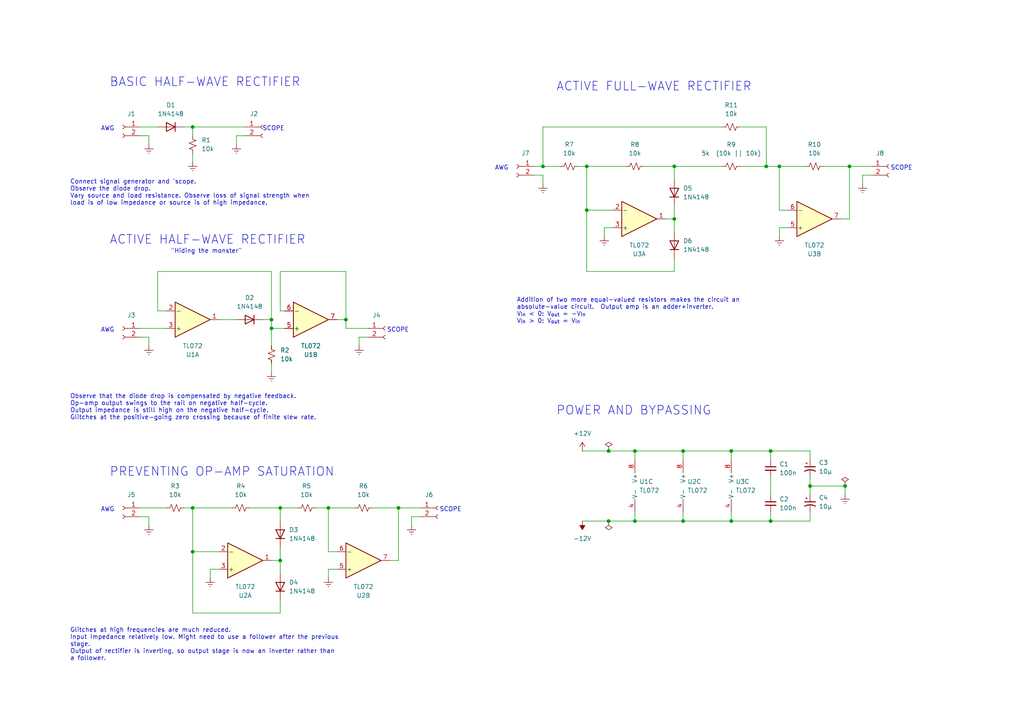
<source format=kicad_sch>
(kicad_sch (version 20230121) (generator eeschema)
  (paper "A4")
  (lib_symbols
    (symbol "Amplifier_Operational:TL072" (pin_names (offset 0.127))
      (property "Reference" "U" (at 0 5.08 0))
      (property "Value" "TL072" (at 0 -5.08 0))
      (symbol "TL072_1_1"
        (polyline (pts (xy -5.08 5.08) (xy 5.08 0) (xy -5.08 -5.08) (xy -5.08 5.08)) (stroke (width 0.254)) (fill (type background)))
        (pin output line (at 7.62 0 180) (length 2.54) (name "~") (number "1"))
        (pin input line (at -7.62 -2.54 0) (length 2.54) (name "-") (number "2"))
        (pin input line (at -7.62 2.54 0) (length 2.54) (name "+") (number "3"))
      )
      (symbol "TL072_2_1"
        (polyline (pts (xy -5.08 5.08) (xy 5.08 0) (xy -5.08 -5.08) (xy -5.08 5.08)) (stroke (width 0.254)) (fill (type background)))
        (pin input line (at -7.62 2.54 0) (length 2.54) (name "+") (number "5"))
        (pin input line (at -7.62 -2.54 0) (length 2.54) (name "-") (number "6"))
        (pin output line (at 7.62 0 180) (length 2.54) (name "~") (number "7"))
      )
      (symbol "TL072_3_1"
        (pin power_in line (at -2.54 -7.62 90) (length 3.81) (name "V-") (number "4"))
        (pin power_in line (at -2.54 7.62 270) (length 3.81) (name "V+") (number "8"))
      )
    )
    (symbol "Connector:Conn_01x02_Socket" (pin_names (offset 1.016) hide)
      (property "Reference" "J" (at 0 2.54 0))
      (property "Value" "Conn_01x02_Socket" (at 0 -5.08 0))
      (symbol "Conn_01x02_Socket_1_1"
        (arc (start 0 -2.032) (mid -0.5058 -2.54) (end 0 -3.048) (stroke (width 0.1524)))
        (polyline (pts (xy -1.27 -2.54) (xy -0.508 -2.54)) (stroke (width 0.1524)))
        (polyline (pts (xy -1.27 0) (xy -0.508 0)) (stroke (width 0.1524)))
        (arc (start 0 0.508) (mid -0.5058 0) (end 0 -0.508) (stroke (width 0.1524)))
        (pin passive line (at -5.08 0 0) (length 3.81) (name "Pin_1") (number "1"))
        (pin passive line (at -5.08 -2.54 0) (length 3.81) (name "Pin_2") (number "2"))
      )
    )
    (symbol "Device:C_Polarized_Small_US" (pin_numbers hide) (pin_names (offset 0.254) hide)
      (property "Reference" "C" (at 0.254 1.778 0))
      (property "Value" "C_Polarized_Small_US" (at 0.254 -2.032 0))
      (symbol "C_Polarized_Small_US_0_1"
        (polyline (pts (xy -1.524 0.508) (xy 1.524 0.508)) (stroke (width 0.3048)))
        (polyline (pts (xy -1.27 1.524) (xy -0.762 1.524)))
        (polyline (pts (xy -1.016 1.27) (xy -1.016 1.778)))
        (arc (start 1.524 -0.762) (mid 0 -0.3734) (end -1.524 -0.762) (stroke (width 0.3048)))
      )
      (symbol "C_Polarized_Small_US_1_1"
        (pin passive line (at 0 2.54 270) (length 2.032) (name "~") (number "1"))
        (pin passive line (at 0 -2.54 90) (length 2.032) (name "~") (number "2"))
      )
    )
    (symbol "Device:C_Small" (pin_numbers hide) (pin_names (offset 0.254) hide)
      (property "Reference" "C" (at 0.254 1.778 0))
      (property "Value" "C_Small" (at 0.254 -2.032 0))
      (symbol "C_Small_0_1"
        (polyline (pts (xy -1.524 -0.508) (xy 1.524 -0.508)) (stroke (width 0.3302)))
        (polyline (pts (xy -1.524 0.508) (xy 1.524 0.508)) (stroke (width 0.3048)))
      )
      (symbol "C_Small_1_1"
        (pin passive line (at 0 2.54 270) (length 2.032) (name "~") (number "1"))
        (pin passive line (at 0 -2.54 90) (length 2.032) (name "~") (number "2"))
      )
    )
    (symbol "Device:R_Small_US" (pin_numbers hide) (pin_names (offset 0.254) hide)
      (property "Reference" "R" (at 0.762 0.508 0))
      (property "Value" "R_Small_US" (at 0.762 -1.016 0))
      (symbol "R_Small_US_1_1"
        (polyline (pts (xy 0 0) (xy 1.016 -0.381) (xy 0 -0.762) (xy -1.016 -1.143) (xy 0 -1.524)))
        (polyline (pts (xy 0 1.524) (xy 1.016 1.143) (xy 0 0.762) (xy -1.016 0.381) (xy 0 0)))
        (pin passive line (at 0 2.54 270) (length 1.016) (name "~") (number "1"))
        (pin passive line (at 0 -2.54 90) (length 1.016) (name "~") (number "2"))
      )
    )
    (symbol "Diode:1N4148" (pin_numbers hide) (pin_names hide)
      (property "Reference" "D" (at 0 2.54 0))
      (property "Value" "1N4148" (at 0 -2.54 0))
      (symbol "1N4148_0_1"
        (polyline (pts (xy -1.27 1.27) (xy -1.27 -1.27)) (stroke (width 0.254)))
        (polyline (pts (xy 1.27 0) (xy -1.27 0)))
        (polyline (pts (xy 1.27 1.27) (xy 1.27 -1.27) (xy -1.27 0) (xy 1.27 1.27)) (stroke (width 0.254)))
      )
      (symbol "1N4148_1_1"
        (pin passive line (at -3.81 0 0) (length 2.54) (name "K") (number "1"))
        (pin passive line (at 3.81 0 180) (length 2.54) (name "A") (number "2"))
      )
    )
    (symbol "power:+12V" (power) (pin_names (offset 0))
      (property "Value" "+12V" (at 0 3.556 0))
      (symbol "+12V_0_1"
        (polyline (pts (xy -0.762 1.27) (xy 0 2.54)))
        (polyline (pts (xy 0 0) (xy 0 2.54)))
        (polyline (pts (xy 0 2.54) (xy 0.762 1.27)))
      )
      (symbol "+12V_1_1"
        (pin power_in line (at 0 0 90) (length 0) hide (name "+12V") (number "1"))
      )
    )
    (symbol "power:-12V" (power) (pin_names (offset 0))
      (property "Value" "-12V" (at 0 3.81 0))
      (symbol "-12V_0_0"
        (pin power_in line (at 0 0 90) (length 0) hide (name "-12V") (number "1"))
      )
      (symbol "-12V_0_1"
        (polyline (pts (xy 0 0) (xy 0 1.27) (xy 0.762 1.27) (xy 0 2.54) (xy -0.762 1.27) (xy 0 1.27)) (fill (type outline)))
      )
    )
    (symbol "power:Earth" (power) (pin_names (offset 0))
      (symbol "Earth_0_1"
        (polyline (pts (xy -0.635 -1.905) (xy 0.635 -1.905)))
        (polyline (pts (xy -0.127 -2.54) (xy 0.127 -2.54)))
        (polyline (pts (xy 0 -1.27) (xy 0 0)))
        (polyline (pts (xy 1.27 -1.27) (xy -1.27 -1.27)))
      )
      (symbol "Earth_1_1"
        (pin power_in line (at 0 0 270) (length 0) hide (name "Earth") (number "1"))
      )
    )
    (symbol "power:PWR_FLAG" (power) (pin_numbers hide) (pin_names (offset 0) hide)
      (property "Value" "PWR_FLAG" (at 0 3.81 0))
      (symbol "PWR_FLAG_0_0"
        (pin power_out line (at 0 0 90) (length 0) (name "pwr") (number "1"))
      )
      (symbol "PWR_FLAG_0_1"
        (polyline (pts (xy 0 0) (xy 0 1.27) (xy -1.016 1.905) (xy 0 2.54) (xy 1.016 1.905) (xy 0 1.27)))
      )
    )
  )
  (junction (at 176.53 130.81))
  (junction (at 170.18 48.26))
  (junction (at 55.88 36.83))
  (junction (at 198.12 151.13))
  (junction (at 223.52 151.13))
  (junction (at 81.28 147.32))
  (junction (at 157.48 48.26))
  (junction (at 78.74 92.71))
  (junction (at 212.09 151.13))
  (junction (at 55.88 147.32))
  (junction (at 195.58 48.26))
  (junction (at 100.33 92.71))
  (junction (at 195.58 63.5))
  (junction (at 184.15 130.81))
  (junction (at 170.18 60.96))
  (junction (at 222.25 48.26))
  (junction (at 226.06 48.26))
  (junction (at 55.88 160.02))
  (junction (at 212.09 130.81))
  (junction (at 176.53 151.13))
  (junction (at 246.38 48.26))
  (junction (at 95.25 147.32))
  (junction (at 234.95 140.97))
  (junction (at 115.57 147.32))
  (junction (at 198.12 130.81))
  (junction (at 245.11 140.97))
  (junction (at 78.74 95.25))
  (junction (at 223.52 130.81))
  (junction (at 184.15 151.13))
  (junction (at 81.28 162.56))
  (wire (pts (xy 184.15 151.13) (xy 176.53 151.13)))
  (wire (pts (xy 223.52 133.35) (xy 223.52 130.81)))
  (wire (pts (xy 55.88 44.45) (xy 55.88 46.99)))
  (wire (pts (xy 184.15 130.81) (xy 176.53 130.81)))
  (wire (pts (xy 40.64 39.37) (xy 43.18 39.37)))
  (wire (pts (xy 154.94 50.8) (xy 157.48 50.8)))
  (wire (pts (xy 212.09 130.81) (xy 198.12 130.81)))
  (wire (pts (xy 115.57 147.32) (xy 107.95 147.32)))
  (wire (pts (xy 195.58 48.26) (xy 209.55 48.26)))
  (wire (pts (xy 195.58 48.26) (xy 195.58 52.07)))
  (wire (pts (xy 223.52 151.13) (xy 212.09 151.13)))
  (wire (pts (xy 234.95 133.35) (xy 234.95 130.81)))
  (wire (pts (xy 60.96 165.1) (xy 60.96 167.64)))
  (wire (pts (xy 81.28 90.17) (xy 82.55 90.17)))
  (wire (pts (xy 78.74 92.71) (xy 78.74 95.25)))
  (wire (pts (xy 78.74 105.41) (xy 78.74 107.95)))
  (wire (pts (xy 43.18 97.79) (xy 43.18 100.33)))
  (wire (pts (xy 198.12 133.35) (xy 198.12 130.81)))
  (wire (pts (xy 170.18 48.26) (xy 181.61 48.26)))
  (wire (pts (xy 170.18 78.74) (xy 170.18 60.96)))
  (wire (pts (xy 226.06 48.26) (xy 233.68 48.26)))
  (wire (pts (xy 95.25 165.1) (xy 95.25 167.64)))
  (wire (pts (xy 214.63 36.83) (xy 222.25 36.83)))
  (wire (pts (xy 106.68 95.25) (xy 100.33 95.25)))
  (wire (pts (xy 95.25 147.32) (xy 102.87 147.32)))
  (wire (pts (xy 78.74 78.74) (xy 78.74 92.71)))
  (wire (pts (xy 157.48 48.26) (xy 162.56 48.26)))
  (wire (pts (xy 176.53 151.13) (xy 168.91 151.13)))
  (wire (pts (xy 81.28 147.32) (xy 86.36 147.32)))
  (wire (pts (xy 234.95 140.97) (xy 234.95 143.51)))
  (wire (pts (xy 104.14 97.79) (xy 104.14 100.33)))
  (wire (pts (xy 68.58 39.37) (xy 68.58 41.91)))
  (wire (pts (xy 177.8 66.04) (xy 175.26 66.04)))
  (wire (pts (xy 212.09 151.13) (xy 198.12 151.13)))
  (wire (pts (xy 246.38 63.5) (xy 246.38 48.26)))
  (wire (pts (xy 40.64 147.32) (xy 48.26 147.32)))
  (wire (pts (xy 198.12 148.59) (xy 198.12 151.13)))
  (wire (pts (xy 121.92 147.32) (xy 115.57 147.32)))
  (wire (pts (xy 78.74 95.25) (xy 82.55 95.25)))
  (wire (pts (xy 243.84 63.5) (xy 246.38 63.5)))
  (wire (pts (xy 252.73 50.8) (xy 250.19 50.8)))
  (wire (pts (xy 119.38 149.86) (xy 119.38 152.4)))
  (wire (pts (xy 223.52 138.43) (xy 223.52 143.51)))
  (wire (pts (xy 195.58 78.74) (xy 170.18 78.74)))
  (wire (pts (xy 186.69 48.26) (xy 195.58 48.26)))
  (wire (pts (xy 184.15 133.35) (xy 184.15 130.81)))
  (wire (pts (xy 226.06 60.96) (xy 228.6 60.96)))
  (wire (pts (xy 115.57 162.56) (xy 115.57 147.32)))
  (wire (pts (xy 95.25 147.32) (xy 95.25 160.02)))
  (wire (pts (xy 226.06 48.26) (xy 226.06 60.96)))
  (wire (pts (xy 100.33 78.74) (xy 100.33 92.71)))
  (wire (pts (xy 234.95 138.43) (xy 234.95 140.97)))
  (wire (pts (xy 81.28 90.17) (xy 81.28 78.74)))
  (wire (pts (xy 40.64 36.83) (xy 45.72 36.83)))
  (wire (pts (xy 43.18 149.86) (xy 43.18 152.4)))
  (wire (pts (xy 252.73 48.26) (xy 246.38 48.26)))
  (wire (pts (xy 228.6 66.04) (xy 226.06 66.04)))
  (wire (pts (xy 55.88 160.02) (xy 63.5 160.02)))
  (wire (pts (xy 63.5 92.71) (xy 68.58 92.71)))
  (wire (pts (xy 245.11 140.97) (xy 234.95 140.97)))
  (wire (pts (xy 81.28 158.75) (xy 81.28 162.56)))
  (wire (pts (xy 250.19 50.8) (xy 250.19 53.34)))
  (wire (pts (xy 81.28 78.74) (xy 100.33 78.74)))
  (wire (pts (xy 234.95 151.13) (xy 223.52 151.13)))
  (wire (pts (xy 91.44 147.32) (xy 95.25 147.32)))
  (wire (pts (xy 81.28 177.8) (xy 55.88 177.8)))
  (wire (pts (xy 55.88 177.8) (xy 55.88 160.02)))
  (wire (pts (xy 212.09 133.35) (xy 212.09 130.81)))
  (wire (pts (xy 198.12 151.13) (xy 184.15 151.13)))
  (wire (pts (xy 246.38 48.26) (xy 238.76 48.26)))
  (wire (pts (xy 106.68 97.79) (xy 104.14 97.79)))
  (wire (pts (xy 222.25 48.26) (xy 226.06 48.26)))
  (wire (pts (xy 113.03 162.56) (xy 115.57 162.56)))
  (wire (pts (xy 170.18 60.96) (xy 177.8 60.96)))
  (wire (pts (xy 55.88 147.32) (xy 55.88 160.02)))
  (wire (pts (xy 53.34 147.32) (xy 55.88 147.32)))
  (wire (pts (xy 154.94 48.26) (xy 157.48 48.26)))
  (wire (pts (xy 198.12 130.81) (xy 184.15 130.81)))
  (wire (pts (xy 100.33 92.71) (xy 97.79 92.71)))
  (wire (pts (xy 40.64 97.79) (xy 43.18 97.79)))
  (wire (pts (xy 53.34 36.83) (xy 55.88 36.83)))
  (wire (pts (xy 176.53 130.81) (xy 168.91 130.81)))
  (wire (pts (xy 43.18 39.37) (xy 43.18 41.91)))
  (wire (pts (xy 95.25 160.02) (xy 97.79 160.02)))
  (wire (pts (xy 81.28 162.56) (xy 81.28 166.37)))
  (wire (pts (xy 63.5 165.1) (xy 60.96 165.1)))
  (wire (pts (xy 195.58 63.5) (xy 193.04 63.5)))
  (wire (pts (xy 76.2 92.71) (xy 78.74 92.71)))
  (wire (pts (xy 234.95 148.59) (xy 234.95 151.13)))
  (wire (pts (xy 195.58 74.93) (xy 195.58 78.74)))
  (wire (pts (xy 195.58 59.69) (xy 195.58 63.5)))
  (wire (pts (xy 40.64 95.25) (xy 48.26 95.25)))
  (wire (pts (xy 81.28 173.99) (xy 81.28 177.8)))
  (wire (pts (xy 157.48 50.8) (xy 157.48 53.34)))
  (wire (pts (xy 209.55 36.83) (xy 157.48 36.83)))
  (wire (pts (xy 223.52 148.59) (xy 223.52 151.13)))
  (wire (pts (xy 48.26 90.17) (xy 45.72 90.17)))
  (wire (pts (xy 72.39 147.32) (xy 81.28 147.32)))
  (wire (pts (xy 222.25 36.83) (xy 222.25 48.26)))
  (wire (pts (xy 226.06 66.04) (xy 226.06 68.58)))
  (wire (pts (xy 78.74 95.25) (xy 78.74 100.33)))
  (wire (pts (xy 245.11 143.51) (xy 245.11 140.97)))
  (wire (pts (xy 157.48 36.83) (xy 157.48 48.26)))
  (wire (pts (xy 184.15 148.59) (xy 184.15 151.13)))
  (wire (pts (xy 167.64 48.26) (xy 170.18 48.26)))
  (wire (pts (xy 55.88 36.83) (xy 71.12 36.83)))
  (wire (pts (xy 170.18 48.26) (xy 170.18 60.96)))
  (wire (pts (xy 195.58 63.5) (xy 195.58 67.31)))
  (wire (pts (xy 55.88 36.83) (xy 55.88 39.37)))
  (wire (pts (xy 55.88 147.32) (xy 67.31 147.32)))
  (wire (pts (xy 45.72 90.17) (xy 45.72 78.74)))
  (wire (pts (xy 223.52 130.81) (xy 212.09 130.81)))
  (wire (pts (xy 45.72 78.74) (xy 78.74 78.74)))
  (wire (pts (xy 40.64 149.86) (xy 43.18 149.86)))
  (wire (pts (xy 100.33 95.25) (xy 100.33 92.71)))
  (wire (pts (xy 212.09 148.59) (xy 212.09 151.13)))
  (wire (pts (xy 71.12 39.37) (xy 68.58 39.37)))
  (wire (pts (xy 121.92 149.86) (xy 119.38 149.86)))
  (wire (pts (xy 214.63 48.26) (xy 222.25 48.26)))
  (wire (pts (xy 234.95 130.81) (xy 223.52 130.81)))
  (wire (pts (xy 97.79 165.1) (xy 95.25 165.1)))
  (wire (pts (xy 175.26 66.04) (xy 175.26 68.58)))
  (wire (pts (xy 81.28 147.32) (xy 81.28 151.13)))
  (wire (pts (xy 81.28 162.56) (xy 78.74 162.56)))
  (text "SCOPE" (at 133.901 148.59 0) (effects (font (size 1.27 1.27)) (justify right bottom)))
  (text "BASIC HALF-WAVE RECTIFIER" (at 31.75 25.4 0) (effects (font (size 2.54 2.54)) (justify left bottom)))
  (text "SCOPE" (at 264.711 49.53 0) (effects (font (size 1.27 1.27)) (justify right bottom)))
  (text "AWG" (at 29.21 96.52 0) (effects (font (size 1.27 1.27)) (justify left bottom)))
  (text "AWG" (at 143.51 49.53 0) (effects (font (size 1.27 1.27)) (justify left bottom)))
  (text "ACTIVE FULL-WAVE RECTIFIER" (at 161.29 26.67 0) (effects (font (size 2.54 2.54)) (justify left bottom)))
  (text "\"Hiding the monster\"" (at 49.53 73.66 0) (effects (font (size 1.27 1.27)) (justify left bottom)))
  (text "AWG" (at 29.21 38.1 0) (effects (font (size 1.27 1.27)) (justify left bottom)))
  (text "AWG" (at 29.21 148.59 0) (effects (font (size 1.27 1.27)) (justify left bottom)))
  (text "ACTIVE HALF-WAVE RECTIFIER" (at 31.75 71.12 0) (effects (font (size 2.54 2.54)) (justify left bottom)))
  (text "Connect signal generator and 'scope.\nObserve the diode drop.\nVary source and load resistance. Observe loss of signal strength when\nload is of low impedance or source is of high impedance." (at 20.32 59.69 0) (effects (font (size 1.27 1.27)) (justify left bottom)))
  (text "POWER AND BYPASSING" (at 161.29 120.65 0) (effects (font (size 2.54 2.54)) (justify left bottom)))
  (text "PREVENTING OP-AMP SATURATION" (at 31.75 138.43 0) (effects (font (size 2.54 2.54)) (justify left bottom)))
  (text "SCOPE" (at 118.661 96.52 0) (effects (font (size 1.27 1.27)) (justify right bottom)))
  (text "Addition of two more equal-valued resistors makes the circuit an\nabsolute-value circuit.  Output amp is an adder+inverter.\nV_{in} < 0: V_{out} = -V_{in}\nV_{in} > 0: V_{out} = V_{in}\n" (at 149.86 93.98 0) (effects (font (size 1.27 1.27)) (justify left bottom)))
  (text "SCOPE" (at 82.55 38.1 0) (effects (font (size 1.27 1.27)) (justify right bottom)))
  (text "Observe that the diode drop is compensated by negative feedback.\nOp-amp output swings to the rail on negative half-cycle.\nOutput impedance is still high on the negative half-cycle.\nGlitches at the positive-going zero crossing because of finite slew rate." (at 20.32 121.92 0) (effects (font (size 1.27 1.27)) (justify left bottom)))
  (text "Glitches at high frequencies are much reduced.\nInput impedance relatively low. Might need to use a follower after the previous\nstage.\nOutput of rectifier is inverting, so output stage is now an inverter rather than\na follower." (at 20.32 191.77 0) (effects (font (size 1.27 1.27)) (justify left bottom)))
  (symbol (lib_id "Diode:1N4148") (at 195.58 55.88 90) (unit 1)
    (property "Reference" "D5" (at 198.12 54.61 90) (effects (justify right)))
    (property "Value" "1N4148" (at 198.12 57.15 90) (effects (justify right)))
    (property "Footprint" "Diode_THT:D_DO-35_SOD27_P7.62mm_Horizontal" (effects hide))
    (property "Datasheet" "https://assets.nexperia.com/documents/data-sheet/1N4148_1N4448.pdf" (effects hide))
    (property "Sim.Device" "D" (effects hide))
    (property "Sim.Pins" "1=K 2=A" (effects hide))
  )
  (symbol (lib_id "Device:C_Small") (at 223.52 146.05 0) (unit 1)
    (property "Reference" "C2" (at 226.06 144.7863 0) (effects (justify left)))
    (property "Value" "100n" (at 226.06 147.3263 0) (effects (justify left)))
  )
  (symbol (lib_id "Device:R_Small_US") (at 212.09 36.83 90) (unit 1)
    (property "Reference" "R11" (at 212.09 30.48 90))
    (property "Value" "10k" (at 212.09 33.02 90))
  )
  (symbol (lib_id "Device:R_Small_US") (at 105.41 147.32 90) (unit 1)
    (property "Reference" "R6" (at 105.41 140.97 90))
    (property "Value" "10k" (at 105.41 143.51 90))
  )
  (symbol (lib_id "power:PWR_FLAG") (at 176.53 151.13 0) (mirror x) (unit 1)
    (property "Reference" "#FLG02" (effects hide))
    (property "Value" "PWR_FLAG" (effects hide))
  )
  (symbol (lib_id "Amplifier_Operational:TL072") (at 55.88 92.71 0) (mirror x) (unit 1)
    (property "Reference" "U1" (at 55.88 102.87 0))
    (property "Value" "TL072" (at 55.88 100.33 0))
    (property "Datasheet" "http://www.ti.com/lit/ds/symlink/tl071.pdf" (effects hide))
  )
  (symbol (lib_id "Amplifier_Operational:TL072") (at 200.66 140.97 0) (unit 3)
    (property "Reference" "U2" (at 199.39 139.7 0) (effects (justify left)))
    (property "Value" "TL072" (at 199.39 142.24 0) (effects (justify left)))
    (property "Datasheet" "http://www.ti.com/lit/ds/symlink/tl071.pdf" (effects hide))
  )
  (symbol (lib_id "Connector:Conn_01x02_Socket") (at 35.56 95.25 0) (mirror y) (unit 1)
    (property "Reference" "J3" (at 38.1 91.44 0))
    (property "Value" "Conn_01x02_Socket" (effects hide))
  )
  (symbol (lib_id "Connector:Conn_01x02_Socket") (at 35.56 147.32 0) (mirror y) (unit 1)
    (property "Reference" "J5" (at 38.1 143.51 0))
    (property "Value" "Conn_01x02_Socket" (effects hide))
  )
  (symbol (lib_id "Device:R_Small_US") (at 69.85 147.32 90) (unit 1)
    (property "Reference" "R4" (at 69.85 140.97 90))
    (property "Value" "10k" (at 69.85 143.51 90))
  )
  (symbol (lib_id "power:Earth") (at 250.19 53.34 0) (mirror y) (unit 1)
    (property "Reference" "#PWR014" (effects hide))
    (property "Value" "Earth" (effects hide))
  )
  (symbol (lib_id "Diode:1N4148") (at 49.53 36.83 0) (mirror y) (unit 1)
    (property "Reference" "D1" (at 49.53 30.48 0))
    (property "Value" "1N4148" (at 49.53 33.02 0))
    (property "Footprint" "Diode_THT:D_DO-35_SOD27_P7.62mm_Horizontal" (effects hide))
    (property "Datasheet" "https://assets.nexperia.com/documents/data-sheet/1N4148_1N4448.pdf" (effects hide))
    (property "Sim.Device" "D" (effects hide))
    (property "Sim.Pins" "1=K 2=A" (effects hide))
  )
  (symbol (lib_id "power:Earth") (at 104.14 100.33 0) (mirror y) (unit 1)
    (property "Reference" "#PWR06" (effects hide))
    (property "Value" "Earth" (effects hide))
  )
  (symbol (lib_id "Diode:1N4148") (at 195.58 71.12 90) (unit 1)
    (property "Reference" "D6" (at 198.12 69.85 90) (effects (justify right)))
    (property "Value" "1N4148" (at 198.12 72.39 90) (effects (justify right)))
    (property "Footprint" "Diode_THT:D_DO-35_SOD27_P7.62mm_Horizontal" (effects hide))
    (property "Datasheet" "https://assets.nexperia.com/documents/data-sheet/1N4148_1N4448.pdf" (effects hide))
    (property "Sim.Device" "D" (effects hide))
    (property "Sim.Pins" "1=K 2=A" (effects hide))
  )
  (symbol (lib_id "Device:R_Small_US") (at 212.09 48.26 90) (unit 1)
    (property "Reference" "R9" (at 212.09 41.91 90))
    (property "Value" "5k  (10k || 10k)" (at 212.09 44.45 90))
  )
  (symbol (lib_id "power:Earth") (at 55.88 46.99 0) (unit 1)
    (property "Reference" "#PWR02" (effects hide))
    (property "Value" "Earth" (effects hide))
  )
  (symbol (lib_id "Device:R_Small_US") (at 50.8 147.32 90) (unit 1)
    (property "Reference" "R3" (at 50.8 140.97 90))
    (property "Value" "10k" (at 50.8 143.51 90))
  )
  (symbol (lib_id "Amplifier_Operational:TL072") (at 90.17 92.71 0) (mirror x) (unit 2)
    (property "Reference" "U1" (at 90.17 102.87 0))
    (property "Value" "TL072" (at 90.17 100.33 0))
    (property "Datasheet" "http://www.ti.com/lit/ds/symlink/tl071.pdf" (effects hide))
  )
  (symbol (lib_id "Connector:Conn_01x02_Socket") (at 76.2 36.83 0) (unit 1)
    (property "Reference" "J2" (at 73.66 33.02 0))
    (property "Value" "Conn_01x02_Socket" (effects hide))
  )
  (symbol (lib_id "Connector:Conn_01x02_Socket") (at 149.86 48.26 0) (mirror y) (unit 1)
    (property "Reference" "J7" (at 152.4 44.45 0))
    (property "Value" "Conn_01x02_Socket" (effects hide))
  )
  (symbol (lib_id "Amplifier_Operational:TL072") (at 105.41 162.56 0) (mirror x) (unit 2)
    (property "Reference" "U2" (at 105.41 172.72 0))
    (property "Value" "TL072" (at 105.41 170.18 0))
    (property "Datasheet" "http://www.ti.com/lit/ds/symlink/tl071.pdf" (effects hide))
  )
  (symbol (lib_id "Connector:Conn_01x02_Socket") (at 127 147.32 0) (unit 1)
    (property "Reference" "J6" (at 124.46 143.51 0))
    (property "Value" "Conn_01x02_Socket" (effects hide))
  )
  (symbol (lib_id "power:Earth") (at 43.18 100.33 0) (unit 1)
    (property "Reference" "#PWR04" (effects hide))
    (property "Value" "Earth" (effects hide))
  )
  (symbol (lib_id "power:Earth") (at 78.74 107.95 0) (unit 1)
    (property "Reference" "#PWR05" (effects hide))
    (property "Value" "Earth" (effects hide))
  )
  (symbol (lib_id "Device:R_Small_US") (at 236.22 48.26 90) (unit 1)
    (property "Reference" "R10" (at 236.22 41.91 90))
    (property "Value" "10k" (at 236.22 44.45 90))
  )
  (symbol (lib_id "power:Earth") (at 175.26 68.58 0) (unit 1)
    (property "Reference" "#PWR012" (effects hide))
    (property "Value" "Earth" (effects hide))
  )
  (symbol (lib_id "Amplifier_Operational:TL072") (at 236.22 63.5 0) (mirror x) (unit 2)
    (property "Reference" "U3" (at 236.22 73.66 0))
    (property "Value" "TL072" (at 236.22 71.12 0))
    (property "Datasheet" "http://www.ti.com/lit/ds/symlink/tl071.pdf" (effects hide))
  )
  (symbol (lib_id "Diode:1N4148") (at 81.28 170.18 90) (unit 1)
    (property "Reference" "D4" (at 83.82 168.91 90) (effects (justify right)))
    (property "Value" "1N4148" (at 83.82 171.45 90) (effects (justify right)))
    (property "Footprint" "Diode_THT:D_DO-35_SOD27_P7.62mm_Horizontal" (effects hide))
    (property "Datasheet" "https://assets.nexperia.com/documents/data-sheet/1N4148_1N4448.pdf" (effects hide))
    (property "Sim.Device" "D" (effects hide))
    (property "Sim.Pins" "1=K 2=A" (effects hide))
  )
  (symbol (lib_id "Device:C_Polarized_Small_US") (at 234.95 146.05 0) (unit 1)
    (property "Reference" "C4" (at 237.49 144.3482 0) (effects (justify left)))
    (property "Value" "10µ" (at 237.49 146.8882 0) (effects (justify left)))
  )
  (symbol (lib_id "Diode:1N4148") (at 81.28 154.94 90) (unit 1)
    (property "Reference" "D3" (at 83.82 153.67 90) (effects (justify right)))
    (property "Value" "1N4148" (at 83.82 156.21 90) (effects (justify right)))
    (property "Footprint" "Diode_THT:D_DO-35_SOD27_P7.62mm_Horizontal" (effects hide))
    (property "Datasheet" "https://assets.nexperia.com/documents/data-sheet/1N4148_1N4448.pdf" (effects hide))
    (property "Sim.Device" "D" (effects hide))
    (property "Sim.Pins" "1=K 2=A" (effects hide))
  )
  (symbol (lib_id "Amplifier_Operational:TL072") (at 186.69 140.97 0) (unit 3)
    (property "Reference" "U1" (at 185.42 139.7 0) (effects (justify left)))
    (property "Value" "TL072" (at 185.42 142.24 0) (effects (justify left)))
    (property "Datasheet" "http://www.ti.com/lit/ds/symlink/tl071.pdf" (effects hide))
  )
  (symbol (lib_id "power:Earth") (at 119.38 152.4 0) (mirror y) (unit 1)
    (property "Reference" "#PWR010" (effects hide))
    (property "Value" "Earth" (effects hide))
  )
  (symbol (lib_id "power:Earth") (at 43.18 152.4 0) (unit 1)
    (property "Reference" "#PWR07" (effects hide))
    (property "Value" "Earth" (effects hide))
  )
  (symbol (lib_id "power:Earth") (at 43.18 41.91 0) (unit 1)
    (property "Reference" "#PWR01" (effects hide))
    (property "Value" "Earth" (effects hide))
  )
  (symbol (lib_id "power:PWR_FLAG") (at 176.53 130.81 0) (unit 1)
    (property "Reference" "#FLG01" (effects hide))
    (property "Value" "PWR_FLAG" (effects hide))
  )
  (symbol (lib_id "Device:R_Small_US") (at 165.1 48.26 90) (unit 1)
    (property "Reference" "R7" (at 165.1 41.91 90))
    (property "Value" "10k" (at 165.1 44.45 90))
  )
  (symbol (lib_id "Connector:Conn_01x02_Socket") (at 257.81 48.26 0) (unit 1)
    (property "Reference" "J8" (at 255.27 44.45 0))
    (property "Value" "Conn_01x02_Socket" (effects hide))
  )
  (symbol (lib_id "Device:R_Small_US") (at 88.9 147.32 90) (unit 1)
    (property "Reference" "R5" (at 88.9 140.97 90))
    (property "Value" "10k" (at 88.9 143.51 90))
  )
  (symbol (lib_id "power:Earth") (at 60.96 167.64 0) (unit 1)
    (property "Reference" "#PWR08" (effects hide))
    (property "Value" "Earth" (effects hide))
  )
  (symbol (lib_id "power:Earth") (at 157.48 53.34 0) (unit 1)
    (property "Reference" "#PWR011" (effects hide))
    (property "Value" "Earth" (effects hide))
  )
  (symbol (lib_id "power:-12V") (at 168.91 151.13 0) (mirror x) (unit 1)
    (property "Reference" "#PWR016" (effects hide))
    (property "Value" "-12V" (at 168.91 156.21 0))
  )
  (symbol (lib_id "Device:C_Small") (at 223.52 135.89 0) (unit 1)
    (property "Reference" "C1" (at 226.06 134.6263 0) (effects (justify left)))
    (property "Value" "100n" (at 226.06 137.1663 0) (effects (justify left)))
  )
  (symbol (lib_id "power:Earth") (at 68.58 41.91 0) (mirror y) (unit 1)
    (property "Reference" "#PWR03" (effects hide))
    (property "Value" "Earth" (effects hide))
  )
  (symbol (lib_id "power:Earth") (at 226.06 68.58 0) (unit 1)
    (property "Reference" "#PWR013" (effects hide))
    (property "Value" "Earth" (effects hide))
  )
  (symbol (lib_id "power:Earth") (at 95.25 167.64 0) (unit 1)
    (property "Reference" "#PWR09" (effects hide))
    (property "Value" "Earth" (effects hide))
  )
  (symbol (lib_id "Device:R_Small_US") (at 55.88 41.91 0) (unit 1)
    (property "Reference" "R1" (at 58.42 40.64 0) (effects (justify left)))
    (property "Value" "10k" (at 58.42 43.18 0) (effects (justify left)))
  )
  (symbol (lib_id "Device:C_Polarized_Small_US") (at 234.95 135.89 0) (unit 1)
    (property "Reference" "C3" (at 237.49 134.1882 0) (effects (justify left)))
    (property "Value" "10µ" (at 237.49 136.7282 0) (effects (justify left)))
  )
  (symbol (lib_id "Amplifier_Operational:TL072") (at 71.12 162.56 0) (mirror x) (unit 1)
    (property "Reference" "U2" (at 71.12 172.72 0))
    (property "Value" "TL072" (at 71.12 170.18 0))
    (property "Datasheet" "http://www.ti.com/lit/ds/symlink/tl071.pdf" (effects hide))
  )
  (symbol (lib_id "power:Earth") (at 245.11 143.51 0) (unit 1)
    (property "Reference" "#PWR017" (effects hide))
    (property "Value" "Earth" (effects hide))
  )
  (symbol (lib_id "power:+12V") (at 168.91 130.81 0) (unit 1)
    (property "Reference" "#PWR015" (effects hide))
    (property "Value" "+12V" (at 168.91 125.73 0))
  )
  (symbol (lib_id "Amplifier_Operational:TL072") (at 185.42 63.5 0) (mirror x) (unit 1)
    (property "Reference" "U3" (at 185.42 73.66 0))
    (property "Value" "TL072" (at 185.42 71.12 0))
    (property "Datasheet" "http://www.ti.com/lit/ds/symlink/tl071.pdf" (effects hide))
  )
  (symbol (lib_id "Connector:Conn_01x02_Socket") (at 35.56 36.83 0) (mirror y) (unit 1)
    (property "Reference" "J1" (at 38.1 33.02 0))
    (property "Value" "Conn_01x02_Socket" (effects hide))
  )
  (symbol (lib_id "Connector:Conn_01x02_Socket") (at 111.76 95.25 0) (unit 1)
    (property "Reference" "J4" (at 109.22 91.44 0))
    (property "Value" "Conn_01x02_Socket" (effects hide))
  )
  (symbol (lib_id "Amplifier_Operational:TL072") (at 214.63 140.97 0) (unit 3)
    (property "Reference" "U3" (at 213.36 139.7 0) (effects (justify left)))
    (property "Value" "TL072" (at 213.36 142.24 0) (effects (justify left)))
    (property "Datasheet" "http://www.ti.com/lit/ds/symlink/tl071.pdf" (effects hide))
  )
  (symbol (lib_id "Device:R_Small_US") (at 78.74 102.87 0) (unit 1)
    (property "Reference" "R2" (at 81.28 101.6 0) (effects (justify left)))
    (property "Value" "10k" (at 81.28 104.14 0) (effects (justify left)))
  )
  (symbol (lib_id "Device:R_Small_US") (at 184.15 48.26 90) (unit 1)
    (property "Reference" "R8" (at 184.15 41.91 90))
    (property "Value" "10k" (at 184.15 44.45 90))
  )
  (symbol (lib_id "Diode:1N4148") (at 72.39 92.71 0) (mirror y) (unit 1)
    (property "Reference" "D2" (at 72.39 86.36 0))
    (property "Value" "1N4148" (at 72.39 88.9 0))
    (property "Footprint" "Diode_THT:D_DO-35_SOD27_P7.62mm_Horizontal" (effects hide))
    (property "Datasheet" "https://assets.nexperia.com/documents/data-sheet/1N4148_1N4448.pdf" (effects hide))
    (property "Sim.Device" "D" (effects hide))
    (property "Sim.Pins" "1=K 2=A" (effects hide))
  )
  (symbol (lib_id "power:PWR_FLAG") (at 245.11 140.97 0) (unit 1)
    (property "Reference" "#FLG03" (effects hide))
    (property "Value" "PWR_FLAG" (effects hide))
  )
)
</source>
